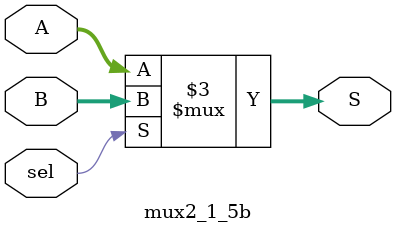
<source format=v>
`timescale 1ns/1ns

module mux2_1(
	input sel,
	input [31:0] A,
	input [31:0] B,
	output reg [31:0] S
);

always @* begin
	if(sel) begin
	S = B;
	end
	else begin
	S = A;
	end
end
endmodule

module mux2_1_5b(
	input sel,
	input [4:0] A,
	input [4:0] B,
	output reg [4:0] S
);

always @* begin
	if(sel) begin
	S = B;
	end
	else begin
	S = A;
	end
end
endmodule

</source>
